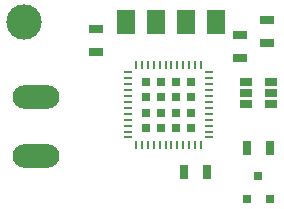
<source format=gbr>
G04 #@! TF.FileFunction,Paste,Top*
%FSLAX46Y46*%
G04 Gerber Fmt 4.6, Leading zero omitted, Abs format (unit mm)*
G04 Created by KiCad (PCBNEW (2016-04-04 BZR 6663, Git 30f5a7a)-product) date 05/05/2016 22:09:38*
%MOMM*%
G01*
G04 APERTURE LIST*
%ADD10C,0.100000*%
%ADD11R,0.700000X0.250000*%
%ADD12R,0.250000X0.700000*%
%ADD13R,0.772500X0.772500*%
%ADD14O,3.962400X1.981200*%
%ADD15R,1.300000X0.700000*%
%ADD16R,0.700000X1.300000*%
%ADD17R,0.800100X0.800100*%
%ADD18R,1.060000X0.650000*%
%ADD19C,3.000000*%
%ADD20R,1.500000X2.000000*%
G04 APERTURE END LIST*
D10*
D11*
X147984000Y-94913000D03*
X147984000Y-95413000D03*
X147984000Y-95913000D03*
X147984000Y-96413000D03*
X147984000Y-96913000D03*
X147984000Y-97413000D03*
X147984000Y-97913000D03*
X147984000Y-98413000D03*
X147984000Y-98913000D03*
X147984000Y-99413000D03*
X147984000Y-99913000D03*
X147984000Y-100413000D03*
D12*
X148634000Y-101063000D03*
X149134000Y-101063000D03*
X149634000Y-101063000D03*
X150134000Y-101063000D03*
X150634000Y-101063000D03*
X151134000Y-101063000D03*
X151634000Y-101063000D03*
X152134000Y-101063000D03*
X152634000Y-101063000D03*
X153134000Y-101063000D03*
X153634000Y-101063000D03*
X154134000Y-101063000D03*
D11*
X154784000Y-100413000D03*
X154784000Y-99913000D03*
X154784000Y-99413000D03*
X154784000Y-98913000D03*
X154784000Y-98413000D03*
X154784000Y-97913000D03*
X154784000Y-97413000D03*
X154784000Y-96913000D03*
X154784000Y-96413000D03*
X154784000Y-95913000D03*
X154784000Y-95413000D03*
X154784000Y-94913000D03*
D12*
X154134000Y-94263000D03*
X153634000Y-94263000D03*
X153134000Y-94263000D03*
X152634000Y-94263000D03*
X152134000Y-94263000D03*
X151634000Y-94263000D03*
X151134000Y-94263000D03*
X150634000Y-94263000D03*
X150134000Y-94263000D03*
X149634000Y-94263000D03*
X149134000Y-94263000D03*
X148634000Y-94263000D03*
D13*
X153315250Y-99594250D03*
X153315250Y-98306750D03*
X153315250Y-97019250D03*
X153315250Y-95731750D03*
X152027750Y-99594250D03*
X152027750Y-98306750D03*
X152027750Y-97019250D03*
X152027750Y-95731750D03*
X150740250Y-99594250D03*
X150740250Y-98306750D03*
X150740250Y-97019250D03*
X150740250Y-95731750D03*
X149452750Y-99594250D03*
X149452750Y-98306750D03*
X149452750Y-97019250D03*
X149452750Y-95731750D03*
D14*
X140208000Y-101981000D03*
X140208000Y-96981000D03*
D15*
X159766000Y-92390000D03*
X159766000Y-90490000D03*
X157480000Y-93660000D03*
X157480000Y-91760000D03*
X145288000Y-91252000D03*
X145288000Y-93152000D03*
D16*
X158054000Y-101346000D03*
X159954000Y-101346000D03*
X152720000Y-103378000D03*
X154620000Y-103378000D03*
D17*
X158054000Y-105648760D03*
X159954000Y-105648760D03*
X159004000Y-103649780D03*
D18*
X160104000Y-97597000D03*
X160104000Y-96647000D03*
X160104000Y-95697000D03*
X157904000Y-95697000D03*
X157904000Y-97597000D03*
X157904000Y-96647000D03*
D19*
X139192000Y-90678000D03*
D20*
X150368000Y-90678000D03*
X152908000Y-90678000D03*
X147828000Y-90678000D03*
X155448000Y-90678000D03*
M02*

</source>
